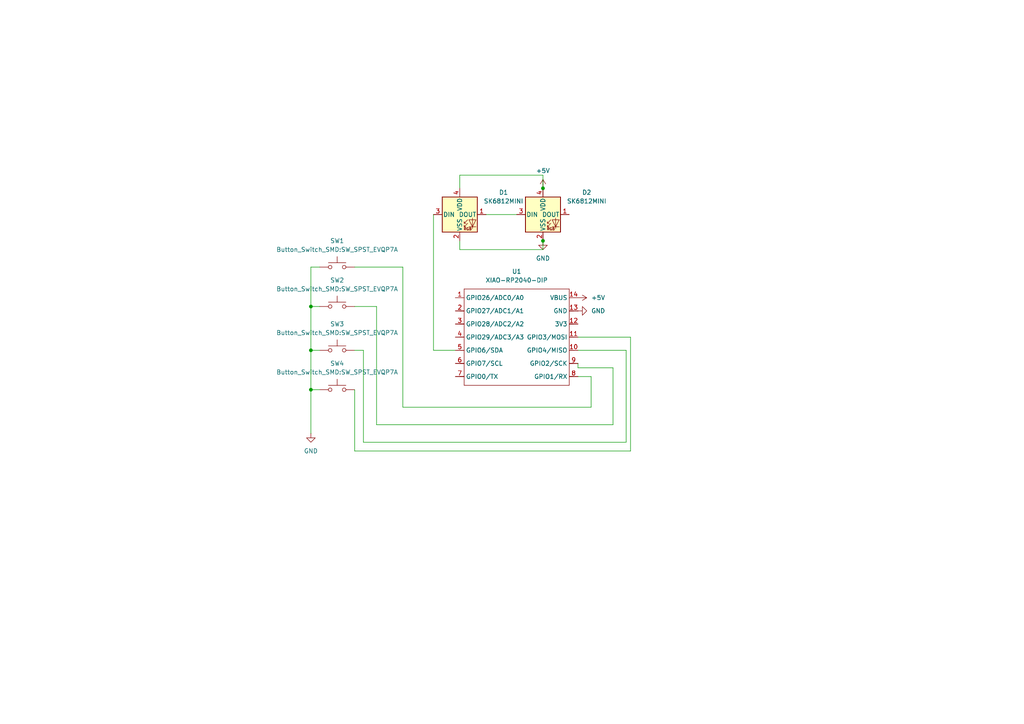
<source format=kicad_sch>
(kicad_sch
	(version 20250114)
	(generator "eeschema")
	(generator_version "9.0")
	(uuid "3d343523-c59b-45a8-bbb9-416247604b48")
	(paper "A4")
	(lib_symbols
		(symbol "LED:SK6812MINI"
			(pin_names
				(offset 0.254)
			)
			(exclude_from_sim no)
			(in_bom yes)
			(on_board yes)
			(property "Reference" "D"
				(at 5.08 5.715 0)
				(effects
					(font
						(size 1.27 1.27)
					)
					(justify right bottom)
				)
			)
			(property "Value" "SK6812MINI"
				(at 1.27 -5.715 0)
				(effects
					(font
						(size 1.27 1.27)
					)
					(justify left top)
				)
			)
			(property "Footprint" "LED_SMD:LED_SK6812MINI_PLCC4_3.5x3.5mm_P1.75mm"
				(at 1.27 -7.62 0)
				(effects
					(font
						(size 1.27 1.27)
					)
					(justify left top)
					(hide yes)
				)
			)
			(property "Datasheet" "https://cdn-shop.adafruit.com/product-files/2686/SK6812MINI_REV.01-1-2.pdf"
				(at 2.54 -9.525 0)
				(effects
					(font
						(size 1.27 1.27)
					)
					(justify left top)
					(hide yes)
				)
			)
			(property "Description" "RGB LED with integrated controller"
				(at 0 0 0)
				(effects
					(font
						(size 1.27 1.27)
					)
					(hide yes)
				)
			)
			(property "ki_keywords" "RGB LED NeoPixel Mini addressable"
				(at 0 0 0)
				(effects
					(font
						(size 1.27 1.27)
					)
					(hide yes)
				)
			)
			(property "ki_fp_filters" "LED*SK6812MINI*PLCC*3.5x3.5mm*P1.75mm*"
				(at 0 0 0)
				(effects
					(font
						(size 1.27 1.27)
					)
					(hide yes)
				)
			)
			(symbol "SK6812MINI_0_0"
				(text "RGB"
					(at 2.286 -4.191 0)
					(effects
						(font
							(size 0.762 0.762)
						)
					)
				)
			)
			(symbol "SK6812MINI_0_1"
				(polyline
					(pts
						(xy 1.27 -2.54) (xy 1.778 -2.54)
					)
					(stroke
						(width 0)
						(type default)
					)
					(fill
						(type none)
					)
				)
				(polyline
					(pts
						(xy 1.27 -3.556) (xy 1.778 -3.556)
					)
					(stroke
						(width 0)
						(type default)
					)
					(fill
						(type none)
					)
				)
				(polyline
					(pts
						(xy 2.286 -1.524) (xy 1.27 -2.54) (xy 1.27 -2.032)
					)
					(stroke
						(width 0)
						(type default)
					)
					(fill
						(type none)
					)
				)
				(polyline
					(pts
						(xy 2.286 -2.54) (xy 1.27 -3.556) (xy 1.27 -3.048)
					)
					(stroke
						(width 0)
						(type default)
					)
					(fill
						(type none)
					)
				)
				(polyline
					(pts
						(xy 3.683 -1.016) (xy 3.683 -3.556) (xy 3.683 -4.064)
					)
					(stroke
						(width 0)
						(type default)
					)
					(fill
						(type none)
					)
				)
				(polyline
					(pts
						(xy 4.699 -1.524) (xy 2.667 -1.524) (xy 3.683 -3.556) (xy 4.699 -1.524)
					)
					(stroke
						(width 0)
						(type default)
					)
					(fill
						(type none)
					)
				)
				(polyline
					(pts
						(xy 4.699 -3.556) (xy 2.667 -3.556)
					)
					(stroke
						(width 0)
						(type default)
					)
					(fill
						(type none)
					)
				)
				(rectangle
					(start 5.08 5.08)
					(end -5.08 -5.08)
					(stroke
						(width 0.254)
						(type default)
					)
					(fill
						(type background)
					)
				)
			)
			(symbol "SK6812MINI_1_1"
				(pin input line
					(at -7.62 0 0)
					(length 2.54)
					(name "DIN"
						(effects
							(font
								(size 1.27 1.27)
							)
						)
					)
					(number "3"
						(effects
							(font
								(size 1.27 1.27)
							)
						)
					)
				)
				(pin power_in line
					(at 0 7.62 270)
					(length 2.54)
					(name "VDD"
						(effects
							(font
								(size 1.27 1.27)
							)
						)
					)
					(number "4"
						(effects
							(font
								(size 1.27 1.27)
							)
						)
					)
				)
				(pin power_in line
					(at 0 -7.62 90)
					(length 2.54)
					(name "VSS"
						(effects
							(font
								(size 1.27 1.27)
							)
						)
					)
					(number "2"
						(effects
							(font
								(size 1.27 1.27)
							)
						)
					)
				)
				(pin output line
					(at 7.62 0 180)
					(length 2.54)
					(name "DOUT"
						(effects
							(font
								(size 1.27 1.27)
							)
						)
					)
					(number "1"
						(effects
							(font
								(size 1.27 1.27)
							)
						)
					)
				)
			)
			(embedded_fonts no)
		)
		(symbol "OPL:XIAO-RP2040-DIP"
			(exclude_from_sim no)
			(in_bom yes)
			(on_board yes)
			(property "Reference" "U"
				(at 0 0 0)
				(effects
					(font
						(size 1.27 1.27)
					)
				)
			)
			(property "Value" "XIAO-RP2040-DIP"
				(at 5.334 -1.778 0)
				(effects
					(font
						(size 1.27 1.27)
					)
				)
			)
			(property "Footprint" "Module:MOUDLE14P-XIAO-DIP-SMD"
				(at 14.478 -32.258 0)
				(effects
					(font
						(size 1.27 1.27)
					)
					(hide yes)
				)
			)
			(property "Datasheet" ""
				(at 0 0 0)
				(effects
					(font
						(size 1.27 1.27)
					)
					(hide yes)
				)
			)
			(property "Description" ""
				(at 0 0 0)
				(effects
					(font
						(size 1.27 1.27)
					)
					(hide yes)
				)
			)
			(symbol "XIAO-RP2040-DIP_1_0"
				(polyline
					(pts
						(xy -1.27 -2.54) (xy 29.21 -2.54)
					)
					(stroke
						(width 0.1524)
						(type solid)
					)
					(fill
						(type none)
					)
				)
				(polyline
					(pts
						(xy -1.27 -5.08) (xy -2.54 -5.08)
					)
					(stroke
						(width 0.1524)
						(type solid)
					)
					(fill
						(type none)
					)
				)
				(polyline
					(pts
						(xy -1.27 -5.08) (xy -1.27 -2.54)
					)
					(stroke
						(width 0.1524)
						(type solid)
					)
					(fill
						(type none)
					)
				)
				(polyline
					(pts
						(xy -1.27 -8.89) (xy -2.54 -8.89)
					)
					(stroke
						(width 0.1524)
						(type solid)
					)
					(fill
						(type none)
					)
				)
				(polyline
					(pts
						(xy -1.27 -8.89) (xy -1.27 -5.08)
					)
					(stroke
						(width 0.1524)
						(type solid)
					)
					(fill
						(type none)
					)
				)
				(polyline
					(pts
						(xy -1.27 -12.7) (xy -2.54 -12.7)
					)
					(stroke
						(width 0.1524)
						(type solid)
					)
					(fill
						(type none)
					)
				)
				(polyline
					(pts
						(xy -1.27 -12.7) (xy -1.27 -8.89)
					)
					(stroke
						(width 0.1524)
						(type solid)
					)
					(fill
						(type none)
					)
				)
				(polyline
					(pts
						(xy -1.27 -16.51) (xy -2.54 -16.51)
					)
					(stroke
						(width 0.1524)
						(type solid)
					)
					(fill
						(type none)
					)
				)
				(polyline
					(pts
						(xy -1.27 -16.51) (xy -1.27 -12.7)
					)
					(stroke
						(width 0.1524)
						(type solid)
					)
					(fill
						(type none)
					)
				)
				(polyline
					(pts
						(xy -1.27 -20.32) (xy -2.54 -20.32)
					)
					(stroke
						(width 0.1524)
						(type solid)
					)
					(fill
						(type none)
					)
				)
				(polyline
					(pts
						(xy -1.27 -24.13) (xy -2.54 -24.13)
					)
					(stroke
						(width 0.1524)
						(type solid)
					)
					(fill
						(type none)
					)
				)
				(polyline
					(pts
						(xy -1.27 -27.94) (xy -2.54 -27.94)
					)
					(stroke
						(width 0.1524)
						(type solid)
					)
					(fill
						(type none)
					)
				)
				(polyline
					(pts
						(xy -1.27 -30.48) (xy -1.27 -16.51)
					)
					(stroke
						(width 0.1524)
						(type solid)
					)
					(fill
						(type none)
					)
				)
				(polyline
					(pts
						(xy 29.21 -2.54) (xy 29.21 -5.08)
					)
					(stroke
						(width 0.1524)
						(type solid)
					)
					(fill
						(type none)
					)
				)
				(polyline
					(pts
						(xy 29.21 -5.08) (xy 29.21 -8.89)
					)
					(stroke
						(width 0.1524)
						(type solid)
					)
					(fill
						(type none)
					)
				)
				(polyline
					(pts
						(xy 29.21 -8.89) (xy 29.21 -12.7)
					)
					(stroke
						(width 0.1524)
						(type solid)
					)
					(fill
						(type none)
					)
				)
				(polyline
					(pts
						(xy 29.21 -12.7) (xy 29.21 -30.48)
					)
					(stroke
						(width 0.1524)
						(type solid)
					)
					(fill
						(type none)
					)
				)
				(polyline
					(pts
						(xy 29.21 -30.48) (xy -1.27 -30.48)
					)
					(stroke
						(width 0.1524)
						(type solid)
					)
					(fill
						(type none)
					)
				)
				(polyline
					(pts
						(xy 30.48 -5.08) (xy 29.21 -5.08)
					)
					(stroke
						(width 0.1524)
						(type solid)
					)
					(fill
						(type none)
					)
				)
				(polyline
					(pts
						(xy 30.48 -8.89) (xy 29.21 -8.89)
					)
					(stroke
						(width 0.1524)
						(type solid)
					)
					(fill
						(type none)
					)
				)
				(polyline
					(pts
						(xy 30.48 -12.7) (xy 29.21 -12.7)
					)
					(stroke
						(width 0.1524)
						(type solid)
					)
					(fill
						(type none)
					)
				)
				(polyline
					(pts
						(xy 30.48 -16.51) (xy 29.21 -16.51)
					)
					(stroke
						(width 0.1524)
						(type solid)
					)
					(fill
						(type none)
					)
				)
				(polyline
					(pts
						(xy 30.48 -20.32) (xy 29.21 -20.32)
					)
					(stroke
						(width 0.1524)
						(type solid)
					)
					(fill
						(type none)
					)
				)
				(polyline
					(pts
						(xy 30.48 -24.13) (xy 29.21 -24.13)
					)
					(stroke
						(width 0.1524)
						(type solid)
					)
					(fill
						(type none)
					)
				)
				(polyline
					(pts
						(xy 30.48 -27.94) (xy 29.21 -27.94)
					)
					(stroke
						(width 0.1524)
						(type solid)
					)
					(fill
						(type none)
					)
				)
				(pin passive line
					(at -3.81 -5.08 0)
					(length 2.54)
					(name "GPIO26/ADC0/A0"
						(effects
							(font
								(size 1.27 1.27)
							)
						)
					)
					(number "1"
						(effects
							(font
								(size 1.27 1.27)
							)
						)
					)
				)
				(pin passive line
					(at -3.81 -8.89 0)
					(length 2.54)
					(name "GPIO27/ADC1/A1"
						(effects
							(font
								(size 1.27 1.27)
							)
						)
					)
					(number "2"
						(effects
							(font
								(size 1.27 1.27)
							)
						)
					)
				)
				(pin passive line
					(at -3.81 -12.7 0)
					(length 2.54)
					(name "GPIO28/ADC2/A2"
						(effects
							(font
								(size 1.27 1.27)
							)
						)
					)
					(number "3"
						(effects
							(font
								(size 1.27 1.27)
							)
						)
					)
				)
				(pin passive line
					(at -3.81 -16.51 0)
					(length 2.54)
					(name "GPIO29/ADC3/A3"
						(effects
							(font
								(size 1.27 1.27)
							)
						)
					)
					(number "4"
						(effects
							(font
								(size 1.27 1.27)
							)
						)
					)
				)
				(pin passive line
					(at -3.81 -20.32 0)
					(length 2.54)
					(name "GPIO6/SDA"
						(effects
							(font
								(size 1.27 1.27)
							)
						)
					)
					(number "5"
						(effects
							(font
								(size 1.27 1.27)
							)
						)
					)
				)
				(pin passive line
					(at -3.81 -24.13 0)
					(length 2.54)
					(name "GPIO7/SCL"
						(effects
							(font
								(size 1.27 1.27)
							)
						)
					)
					(number "6"
						(effects
							(font
								(size 1.27 1.27)
							)
						)
					)
				)
				(pin passive line
					(at -3.81 -27.94 0)
					(length 2.54)
					(name "GPIO0/TX"
						(effects
							(font
								(size 1.27 1.27)
							)
						)
					)
					(number "7"
						(effects
							(font
								(size 1.27 1.27)
							)
						)
					)
				)
				(pin passive line
					(at 31.75 -5.08 180)
					(length 2.54)
					(name "VBUS"
						(effects
							(font
								(size 1.27 1.27)
							)
						)
					)
					(number "14"
						(effects
							(font
								(size 1.27 1.27)
							)
						)
					)
				)
				(pin passive line
					(at 31.75 -8.89 180)
					(length 2.54)
					(name "GND"
						(effects
							(font
								(size 1.27 1.27)
							)
						)
					)
					(number "13"
						(effects
							(font
								(size 1.27 1.27)
							)
						)
					)
				)
				(pin passive line
					(at 31.75 -12.7 180)
					(length 2.54)
					(name "3V3"
						(effects
							(font
								(size 1.27 1.27)
							)
						)
					)
					(number "12"
						(effects
							(font
								(size 1.27 1.27)
							)
						)
					)
				)
				(pin passive line
					(at 31.75 -16.51 180)
					(length 2.54)
					(name "GPIO3/MOSI"
						(effects
							(font
								(size 1.27 1.27)
							)
						)
					)
					(number "11"
						(effects
							(font
								(size 1.27 1.27)
							)
						)
					)
				)
				(pin passive line
					(at 31.75 -20.32 180)
					(length 2.54)
					(name "GPIO4/MISO"
						(effects
							(font
								(size 1.27 1.27)
							)
						)
					)
					(number "10"
						(effects
							(font
								(size 1.27 1.27)
							)
						)
					)
				)
				(pin passive line
					(at 31.75 -24.13 180)
					(length 2.54)
					(name "GPIO2/SCK"
						(effects
							(font
								(size 1.27 1.27)
							)
						)
					)
					(number "9"
						(effects
							(font
								(size 1.27 1.27)
							)
						)
					)
				)
				(pin passive line
					(at 31.75 -27.94 180)
					(length 2.54)
					(name "GPIO1/RX"
						(effects
							(font
								(size 1.27 1.27)
							)
						)
					)
					(number "8"
						(effects
							(font
								(size 1.27 1.27)
							)
						)
					)
				)
			)
			(embedded_fonts no)
		)
		(symbol "Switch:SW_Push"
			(pin_numbers
				(hide yes)
			)
			(pin_names
				(offset 1.016)
				(hide yes)
			)
			(exclude_from_sim no)
			(in_bom yes)
			(on_board yes)
			(property "Reference" "SW"
				(at 1.27 2.54 0)
				(effects
					(font
						(size 1.27 1.27)
					)
					(justify left)
				)
			)
			(property "Value" "SW_Push"
				(at 0 -1.524 0)
				(effects
					(font
						(size 1.27 1.27)
					)
				)
			)
			(property "Footprint" ""
				(at 0 5.08 0)
				(effects
					(font
						(size 1.27 1.27)
					)
					(hide yes)
				)
			)
			(property "Datasheet" "~"
				(at 0 5.08 0)
				(effects
					(font
						(size 1.27 1.27)
					)
					(hide yes)
				)
			)
			(property "Description" "Push button switch, generic, two pins"
				(at 0 0 0)
				(effects
					(font
						(size 1.27 1.27)
					)
					(hide yes)
				)
			)
			(property "ki_keywords" "switch normally-open pushbutton push-button"
				(at 0 0 0)
				(effects
					(font
						(size 1.27 1.27)
					)
					(hide yes)
				)
			)
			(symbol "SW_Push_0_1"
				(circle
					(center -2.032 0)
					(radius 0.508)
					(stroke
						(width 0)
						(type default)
					)
					(fill
						(type none)
					)
				)
				(polyline
					(pts
						(xy 0 1.27) (xy 0 3.048)
					)
					(stroke
						(width 0)
						(type default)
					)
					(fill
						(type none)
					)
				)
				(circle
					(center 2.032 0)
					(radius 0.508)
					(stroke
						(width 0)
						(type default)
					)
					(fill
						(type none)
					)
				)
				(polyline
					(pts
						(xy 2.54 1.27) (xy -2.54 1.27)
					)
					(stroke
						(width 0)
						(type default)
					)
					(fill
						(type none)
					)
				)
				(pin passive line
					(at -5.08 0 0)
					(length 2.54)
					(name "1"
						(effects
							(font
								(size 1.27 1.27)
							)
						)
					)
					(number "1"
						(effects
							(font
								(size 1.27 1.27)
							)
						)
					)
				)
				(pin passive line
					(at 5.08 0 180)
					(length 2.54)
					(name "2"
						(effects
							(font
								(size 1.27 1.27)
							)
						)
					)
					(number "2"
						(effects
							(font
								(size 1.27 1.27)
							)
						)
					)
				)
			)
			(embedded_fonts no)
		)
		(symbol "power:+5V"
			(power)
			(pin_numbers
				(hide yes)
			)
			(pin_names
				(offset 0)
				(hide yes)
			)
			(exclude_from_sim no)
			(in_bom yes)
			(on_board yes)
			(property "Reference" "#PWR"
				(at 0 -3.81 0)
				(effects
					(font
						(size 1.27 1.27)
					)
					(hide yes)
				)
			)
			(property "Value" "+5V"
				(at 0 3.556 0)
				(effects
					(font
						(size 1.27 1.27)
					)
				)
			)
			(property "Footprint" ""
				(at 0 0 0)
				(effects
					(font
						(size 1.27 1.27)
					)
					(hide yes)
				)
			)
			(property "Datasheet" ""
				(at 0 0 0)
				(effects
					(font
						(size 1.27 1.27)
					)
					(hide yes)
				)
			)
			(property "Description" "Power symbol creates a global label with name \"+5V\""
				(at 0 0 0)
				(effects
					(font
						(size 1.27 1.27)
					)
					(hide yes)
				)
			)
			(property "ki_keywords" "global power"
				(at 0 0 0)
				(effects
					(font
						(size 1.27 1.27)
					)
					(hide yes)
				)
			)
			(symbol "+5V_0_1"
				(polyline
					(pts
						(xy -0.762 1.27) (xy 0 2.54)
					)
					(stroke
						(width 0)
						(type default)
					)
					(fill
						(type none)
					)
				)
				(polyline
					(pts
						(xy 0 2.54) (xy 0.762 1.27)
					)
					(stroke
						(width 0)
						(type default)
					)
					(fill
						(type none)
					)
				)
				(polyline
					(pts
						(xy 0 0) (xy 0 2.54)
					)
					(stroke
						(width 0)
						(type default)
					)
					(fill
						(type none)
					)
				)
			)
			(symbol "+5V_1_1"
				(pin power_in line
					(at 0 0 90)
					(length 0)
					(name "~"
						(effects
							(font
								(size 1.27 1.27)
							)
						)
					)
					(number "1"
						(effects
							(font
								(size 1.27 1.27)
							)
						)
					)
				)
			)
			(embedded_fonts no)
		)
		(symbol "power:GND"
			(power)
			(pin_numbers
				(hide yes)
			)
			(pin_names
				(offset 0)
				(hide yes)
			)
			(exclude_from_sim no)
			(in_bom yes)
			(on_board yes)
			(property "Reference" "#PWR"
				(at 0 -6.35 0)
				(effects
					(font
						(size 1.27 1.27)
					)
					(hide yes)
				)
			)
			(property "Value" "GND"
				(at 0 -3.81 0)
				(effects
					(font
						(size 1.27 1.27)
					)
				)
			)
			(property "Footprint" ""
				(at 0 0 0)
				(effects
					(font
						(size 1.27 1.27)
					)
					(hide yes)
				)
			)
			(property "Datasheet" ""
				(at 0 0 0)
				(effects
					(font
						(size 1.27 1.27)
					)
					(hide yes)
				)
			)
			(property "Description" "Power symbol creates a global label with name \"GND\" , ground"
				(at 0 0 0)
				(effects
					(font
						(size 1.27 1.27)
					)
					(hide yes)
				)
			)
			(property "ki_keywords" "global power"
				(at 0 0 0)
				(effects
					(font
						(size 1.27 1.27)
					)
					(hide yes)
				)
			)
			(symbol "GND_0_1"
				(polyline
					(pts
						(xy 0 0) (xy 0 -1.27) (xy 1.27 -1.27) (xy 0 -2.54) (xy -1.27 -1.27) (xy 0 -1.27)
					)
					(stroke
						(width 0)
						(type default)
					)
					(fill
						(type none)
					)
				)
			)
			(symbol "GND_1_1"
				(pin power_in line
					(at 0 0 270)
					(length 0)
					(name "~"
						(effects
							(font
								(size 1.27 1.27)
							)
						)
					)
					(number "1"
						(effects
							(font
								(size 1.27 1.27)
							)
						)
					)
				)
			)
			(embedded_fonts no)
		)
	)
	(junction
		(at 157.48 54.61)
		(diameter 0)
		(color 0 0 0 0)
		(uuid "01e1f138-7dcd-4aa1-a150-dca51286358e")
	)
	(junction
		(at 90.17 88.9)
		(diameter 0)
		(color 0 0 0 0)
		(uuid "36ec7f5c-afba-4d5d-8fe8-dc5448bd861d")
	)
	(junction
		(at 90.17 101.6)
		(diameter 0)
		(color 0 0 0 0)
		(uuid "7312663f-da65-487d-ace0-f878e56a951d")
	)
	(junction
		(at 157.48 69.85)
		(diameter 0)
		(color 0 0 0 0)
		(uuid "ad378520-bb26-4968-8583-2e7fcdffae3c")
	)
	(junction
		(at 90.17 113.03)
		(diameter 0)
		(color 0 0 0 0)
		(uuid "bf1b3ff2-cfa1-4688-baca-3064f529e827")
	)
	(wire
		(pts
			(xy 140.97 62.23) (xy 149.86 62.23)
		)
		(stroke
			(width 0)
			(type default)
		)
		(uuid "006331c4-8a94-4aaf-9240-80f8f0ad5802")
	)
	(wire
		(pts
			(xy 133.35 50.8) (xy 157.48 50.8)
		)
		(stroke
			(width 0)
			(type default)
		)
		(uuid "038c2bc0-4660-43f8-bf22-8741dd1f7a78")
	)
	(wire
		(pts
			(xy 125.73 62.23) (xy 125.73 101.6)
		)
		(stroke
			(width 0)
			(type default)
		)
		(uuid "105f214a-d60a-428c-9561-0feb49babb1a")
	)
	(wire
		(pts
			(xy 167.64 101.6) (xy 181.61 101.6)
		)
		(stroke
			(width 0)
			(type default)
		)
		(uuid "188af56b-84fa-491f-ad8a-a68310e0dd8a")
	)
	(wire
		(pts
			(xy 90.17 101.6) (xy 92.71 101.6)
		)
		(stroke
			(width 0)
			(type default)
		)
		(uuid "1cd34a51-a58b-4577-920c-24b75b58ea13")
	)
	(wire
		(pts
			(xy 171.45 118.11) (xy 116.84 118.11)
		)
		(stroke
			(width 0)
			(type default)
		)
		(uuid "2dbc8224-edb3-43cf-aa85-e63d6df5a75c")
	)
	(wire
		(pts
			(xy 90.17 113.03) (xy 92.71 113.03)
		)
		(stroke
			(width 0)
			(type default)
		)
		(uuid "33b431af-8f7b-46d3-939e-c91d68ee651d")
	)
	(wire
		(pts
			(xy 109.22 123.19) (xy 109.22 88.9)
		)
		(stroke
			(width 0)
			(type default)
		)
		(uuid "3c84ee8a-cf03-4a0b-add9-7c5abd84fe29")
	)
	(wire
		(pts
			(xy 125.73 101.6) (xy 132.08 101.6)
		)
		(stroke
			(width 0)
			(type default)
		)
		(uuid "47c81568-a6dc-4919-9c16-c29d474460dc")
	)
	(wire
		(pts
			(xy 90.17 77.47) (xy 90.17 88.9)
		)
		(stroke
			(width 0)
			(type default)
		)
		(uuid "487c4887-b6de-4fea-9b99-51d5f6e9268f")
	)
	(wire
		(pts
			(xy 116.84 77.47) (xy 102.87 77.47)
		)
		(stroke
			(width 0)
			(type default)
		)
		(uuid "4bae10f3-e45e-4640-b2d1-7fe450bdba98")
	)
	(wire
		(pts
			(xy 92.71 77.47) (xy 90.17 77.47)
		)
		(stroke
			(width 0)
			(type default)
		)
		(uuid "5c19826b-99e5-4492-8d47-4392f18e0360")
	)
	(wire
		(pts
			(xy 167.64 97.79) (xy 182.88 97.79)
		)
		(stroke
			(width 0)
			(type default)
		)
		(uuid "5e53f855-4edd-47ec-9fbc-a4831f3b6138")
	)
	(wire
		(pts
			(xy 105.41 128.27) (xy 105.41 101.6)
		)
		(stroke
			(width 0)
			(type default)
		)
		(uuid "5e93f42f-dbfa-46a6-8380-fb128783b290")
	)
	(wire
		(pts
			(xy 181.61 101.6) (xy 181.61 128.27)
		)
		(stroke
			(width 0)
			(type default)
		)
		(uuid "6625081c-ef87-4cce-adb9-775f7e5310ff")
	)
	(wire
		(pts
			(xy 182.88 130.81) (xy 102.87 130.81)
		)
		(stroke
			(width 0)
			(type default)
		)
		(uuid "6baba88b-f416-4a1a-a6d2-47002ed24a61")
	)
	(wire
		(pts
			(xy 177.8 123.19) (xy 109.22 123.19)
		)
		(stroke
			(width 0)
			(type default)
		)
		(uuid "775bc330-5c68-4ca2-ab2f-4bf7d255b8cc")
	)
	(wire
		(pts
			(xy 167.64 105.41) (xy 167.64 106.68)
		)
		(stroke
			(width 0)
			(type default)
		)
		(uuid "81563ace-38b4-4367-b50c-d7d736aae101")
	)
	(wire
		(pts
			(xy 167.64 109.22) (xy 171.45 109.22)
		)
		(stroke
			(width 0)
			(type default)
		)
		(uuid "8793589f-3034-4c22-8546-b62ad0fe7608")
	)
	(wire
		(pts
			(xy 102.87 101.6) (xy 105.41 101.6)
		)
		(stroke
			(width 0)
			(type default)
		)
		(uuid "8ae12388-796e-4949-9c8c-3362e54f5062")
	)
	(wire
		(pts
			(xy 157.48 50.8) (xy 157.48 54.61)
		)
		(stroke
			(width 0)
			(type default)
		)
		(uuid "8eb576cf-3896-48ff-b080-f7d76522523d")
	)
	(wire
		(pts
			(xy 90.17 88.9) (xy 90.17 101.6)
		)
		(stroke
			(width 0)
			(type default)
		)
		(uuid "911a2994-18fd-4f29-b5c6-571834fa5235")
	)
	(wire
		(pts
			(xy 177.8 106.68) (xy 177.8 123.19)
		)
		(stroke
			(width 0)
			(type default)
		)
		(uuid "a0cac0e7-b649-41ba-b426-5e2c257efe0d")
	)
	(wire
		(pts
			(xy 109.22 88.9) (xy 102.87 88.9)
		)
		(stroke
			(width 0)
			(type default)
		)
		(uuid "a11306f7-9239-4cdc-a224-193b09ba51f8")
	)
	(wire
		(pts
			(xy 167.64 106.68) (xy 177.8 106.68)
		)
		(stroke
			(width 0)
			(type default)
		)
		(uuid "ae70041b-8fd1-4840-98cd-fdb6116dd9b1")
	)
	(wire
		(pts
			(xy 90.17 101.6) (xy 90.17 113.03)
		)
		(stroke
			(width 0)
			(type default)
		)
		(uuid "b6ef99e2-e038-48d5-bd9d-f52a3de4dd9a")
	)
	(wire
		(pts
			(xy 157.48 72.39) (xy 157.48 69.85)
		)
		(stroke
			(width 0)
			(type default)
		)
		(uuid "baec2643-0d0f-4b90-a568-ce448d6a90ed")
	)
	(wire
		(pts
			(xy 171.45 109.22) (xy 171.45 118.11)
		)
		(stroke
			(width 0)
			(type default)
		)
		(uuid "c1aa5112-eb63-4316-94e4-99d41454c043")
	)
	(wire
		(pts
			(xy 102.87 130.81) (xy 102.87 113.03)
		)
		(stroke
			(width 0)
			(type default)
		)
		(uuid "c6092a4c-4911-4986-b654-a74a5adda4e3")
	)
	(wire
		(pts
			(xy 182.88 97.79) (xy 182.88 130.81)
		)
		(stroke
			(width 0)
			(type default)
		)
		(uuid "cc46e650-5ea4-4f76-97bb-9821ddda99a8")
	)
	(wire
		(pts
			(xy 133.35 69.85) (xy 133.35 72.39)
		)
		(stroke
			(width 0)
			(type default)
		)
		(uuid "cc90b9e4-d865-4266-a1a2-0c2cb64f754b")
	)
	(wire
		(pts
			(xy 90.17 113.03) (xy 90.17 125.73)
		)
		(stroke
			(width 0)
			(type default)
		)
		(uuid "d0db4466-5158-4022-8c5b-48ff6bc1d283")
	)
	(wire
		(pts
			(xy 116.84 118.11) (xy 116.84 77.47)
		)
		(stroke
			(width 0)
			(type default)
		)
		(uuid "d73abdfa-655b-48e7-a56d-d39d27acb541")
	)
	(wire
		(pts
			(xy 133.35 54.61) (xy 133.35 50.8)
		)
		(stroke
			(width 0)
			(type default)
		)
		(uuid "e37ffcd9-5bce-4ee3-bc68-a75fb1fb695a")
	)
	(wire
		(pts
			(xy 181.61 128.27) (xy 105.41 128.27)
		)
		(stroke
			(width 0)
			(type default)
		)
		(uuid "e39f4269-30cd-4f42-880b-b7a90fb25b8e")
	)
	(wire
		(pts
			(xy 133.35 72.39) (xy 157.48 72.39)
		)
		(stroke
			(width 0)
			(type default)
		)
		(uuid "e445b88d-e503-4513-8a21-cea7b6ae301b")
	)
	(wire
		(pts
			(xy 90.17 88.9) (xy 92.71 88.9)
		)
		(stroke
			(width 0)
			(type default)
		)
		(uuid "e742eb65-c717-40b7-af63-57016e3438fb")
	)
	(symbol
		(lib_id "power:+5V")
		(at 167.64 86.36 270)
		(unit 1)
		(exclude_from_sim no)
		(in_bom yes)
		(on_board yes)
		(dnp no)
		(fields_autoplaced yes)
		(uuid "06eda53b-0845-4e4c-92ee-6defca21e71d")
		(property "Reference" "#PWR04"
			(at 163.83 86.36 0)
			(effects
				(font
					(size 1.27 1.27)
				)
				(hide yes)
			)
		)
		(property "Value" "+5V"
			(at 171.45 86.3599 90)
			(effects
				(font
					(size 1.27 1.27)
				)
				(justify left)
			)
		)
		(property "Footprint" ""
			(at 167.64 86.36 0)
			(effects
				(font
					(size 1.27 1.27)
				)
				(hide yes)
			)
		)
		(property "Datasheet" ""
			(at 167.64 86.36 0)
			(effects
				(font
					(size 1.27 1.27)
				)
				(hide yes)
			)
		)
		(property "Description" "Power symbol creates a global label with name \"+5V\""
			(at 167.64 86.36 0)
			(effects
				(font
					(size 1.27 1.27)
				)
				(hide yes)
			)
		)
		(pin "1"
			(uuid "552336bc-c135-46ce-8005-bbfa7e363d00")
		)
		(instances
			(project ""
				(path "/3d343523-c59b-45a8-bbb9-416247604b48"
					(reference "#PWR04")
					(unit 1)
				)
			)
		)
	)
	(symbol
		(lib_id "Switch:SW_Push")
		(at 97.79 77.47 0)
		(unit 1)
		(exclude_from_sim no)
		(in_bom yes)
		(on_board yes)
		(dnp no)
		(fields_autoplaced yes)
		(uuid "357f867a-3797-4c1a-a6f7-a963415b6683")
		(property "Reference" "SW1"
			(at 97.79 69.85 0)
			(effects
				(font
					(size 1.27 1.27)
				)
			)
		)
		(property "Value" "Button_Switch_SMD:SW_SPST_EVQP7A"
			(at 97.79 72.39 0)
			(effects
				(font
					(size 1.27 1.27)
				)
			)
		)
		(property "Footprint" "Button_Switch_Keyboard:SW_Cherry_MX_1.00u_PCB"
			(at 97.79 72.39 0)
			(effects
				(font
					(size 1.27 1.27)
				)
				(hide yes)
			)
		)
		(property "Datasheet" "~"
			(at 97.79 72.39 0)
			(effects
				(font
					(size 1.27 1.27)
				)
				(hide yes)
			)
		)
		(property "Description" "Push button switch, generic, two pins"
			(at 97.79 77.47 0)
			(effects
				(font
					(size 1.27 1.27)
				)
				(hide yes)
			)
		)
		(pin "2"
			(uuid "b517a6e8-c22c-4920-8ed7-c1351759b8f5")
		)
		(pin "1"
			(uuid "1a83232a-c346-4143-9cbd-674dcbef423d")
		)
		(instances
			(project ""
				(path "/3d343523-c59b-45a8-bbb9-416247604b48"
					(reference "SW1")
					(unit 1)
				)
			)
		)
	)
	(symbol
		(lib_id "power:GND")
		(at 167.64 90.17 90)
		(unit 1)
		(exclude_from_sim no)
		(in_bom yes)
		(on_board yes)
		(dnp no)
		(fields_autoplaced yes)
		(uuid "383b9de6-8a7f-454f-a882-b349858e1ee8")
		(property "Reference" "#PWR03"
			(at 173.99 90.17 0)
			(effects
				(font
					(size 1.27 1.27)
				)
				(hide yes)
			)
		)
		(property "Value" "GND"
			(at 171.45 90.1699 90)
			(effects
				(font
					(size 1.27 1.27)
				)
				(justify right)
			)
		)
		(property "Footprint" ""
			(at 167.64 90.17 0)
			(effects
				(font
					(size 1.27 1.27)
				)
				(hide yes)
			)
		)
		(property "Datasheet" ""
			(at 167.64 90.17 0)
			(effects
				(font
					(size 1.27 1.27)
				)
				(hide yes)
			)
		)
		(property "Description" "Power symbol creates a global label with name \"GND\" , ground"
			(at 167.64 90.17 0)
			(effects
				(font
					(size 1.27 1.27)
				)
				(hide yes)
			)
		)
		(pin "1"
			(uuid "fb4a6f57-e4af-4471-a6a8-5c3b6f8e7ca2")
		)
		(instances
			(project ""
				(path "/3d343523-c59b-45a8-bbb9-416247604b48"
					(reference "#PWR03")
					(unit 1)
				)
			)
		)
	)
	(symbol
		(lib_id "power:GND")
		(at 90.17 125.73 0)
		(unit 1)
		(exclude_from_sim no)
		(in_bom yes)
		(on_board yes)
		(dnp no)
		(fields_autoplaced yes)
		(uuid "5c20edf4-17ba-419e-931e-90495813b435")
		(property "Reference" "#PWR05"
			(at 90.17 132.08 0)
			(effects
				(font
					(size 1.27 1.27)
				)
				(hide yes)
			)
		)
		(property "Value" "GND"
			(at 90.17 130.81 0)
			(effects
				(font
					(size 1.27 1.27)
				)
			)
		)
		(property "Footprint" ""
			(at 90.17 125.73 0)
			(effects
				(font
					(size 1.27 1.27)
				)
				(hide yes)
			)
		)
		(property "Datasheet" ""
			(at 90.17 125.73 0)
			(effects
				(font
					(size 1.27 1.27)
				)
				(hide yes)
			)
		)
		(property "Description" "Power symbol creates a global label with name \"GND\" , ground"
			(at 90.17 125.73 0)
			(effects
				(font
					(size 1.27 1.27)
				)
				(hide yes)
			)
		)
		(pin "1"
			(uuid "96749c8e-edc4-40a0-b85e-517dedc5424c")
		)
		(instances
			(project ""
				(path "/3d343523-c59b-45a8-bbb9-416247604b48"
					(reference "#PWR05")
					(unit 1)
				)
			)
		)
	)
	(symbol
		(lib_id "Switch:SW_Push")
		(at 97.79 113.03 0)
		(unit 1)
		(exclude_from_sim no)
		(in_bom yes)
		(on_board yes)
		(dnp no)
		(fields_autoplaced yes)
		(uuid "78468ddd-a08d-4c1c-9ce6-179f3dba8c54")
		(property "Reference" "SW4"
			(at 97.79 105.41 0)
			(effects
				(font
					(size 1.27 1.27)
				)
			)
		)
		(property "Value" "Button_Switch_SMD:SW_SPST_EVQP7A"
			(at 97.79 107.95 0)
			(effects
				(font
					(size 1.27 1.27)
				)
			)
		)
		(property "Footprint" "Button_Switch_Keyboard:SW_Cherry_MX_1.00u_PCB"
			(at 97.79 107.95 0)
			(effects
				(font
					(size 1.27 1.27)
				)
				(hide yes)
			)
		)
		(property "Datasheet" "~"
			(at 97.79 107.95 0)
			(effects
				(font
					(size 1.27 1.27)
				)
				(hide yes)
			)
		)
		(property "Description" "Push button switch, generic, two pins"
			(at 97.79 113.03 0)
			(effects
				(font
					(size 1.27 1.27)
				)
				(hide yes)
			)
		)
		(pin "2"
			(uuid "a849c6cc-943f-49f6-9ac5-412b537079ce")
		)
		(pin "1"
			(uuid "8a210472-166f-49cf-8213-787e80d8bae7")
		)
		(instances
			(project "hackclubkeysthingy"
				(path "/3d343523-c59b-45a8-bbb9-416247604b48"
					(reference "SW4")
					(unit 1)
				)
			)
		)
	)
	(symbol
		(lib_id "LED:SK6812MINI")
		(at 133.35 62.23 0)
		(unit 1)
		(exclude_from_sim no)
		(in_bom yes)
		(on_board yes)
		(dnp no)
		(fields_autoplaced yes)
		(uuid "8a3e3ba9-60b1-4dfa-9e92-ef3aec14c23f")
		(property "Reference" "D1"
			(at 146.05 55.8098 0)
			(effects
				(font
					(size 1.27 1.27)
				)
			)
		)
		(property "Value" "SK6812MINI"
			(at 146.05 58.3498 0)
			(effects
				(font
					(size 1.27 1.27)
				)
			)
		)
		(property "Footprint" "LED_SMD:LED_SK6812MINI_PLCC4_3.5x3.5mm_P1.75mm"
			(at 134.62 69.85 0)
			(effects
				(font
					(size 1.27 1.27)
				)
				(justify left top)
				(hide yes)
			)
		)
		(property "Datasheet" "https://cdn-shop.adafruit.com/product-files/2686/SK6812MINI_REV.01-1-2.pdf"
			(at 135.89 71.755 0)
			(effects
				(font
					(size 1.27 1.27)
				)
				(justify left top)
				(hide yes)
			)
		)
		(property "Description" "RGB LED with integrated controller"
			(at 133.35 62.23 0)
			(effects
				(font
					(size 1.27 1.27)
				)
				(hide yes)
			)
		)
		(pin "3"
			(uuid "9833bfb3-6557-4cad-9789-4aeeeee2c596")
		)
		(pin "4"
			(uuid "1fb042b1-e278-4cbd-940f-db9af5369dce")
		)
		(pin "2"
			(uuid "299fb2a5-ebf9-4078-bc05-04e66bae8296")
		)
		(pin "1"
			(uuid "7674c6b1-cc2e-48d0-9715-965e850a41b9")
		)
		(instances
			(project ""
				(path "/3d343523-c59b-45a8-bbb9-416247604b48"
					(reference "D1")
					(unit 1)
				)
			)
		)
	)
	(symbol
		(lib_id "LED:SK6812MINI")
		(at 157.48 62.23 0)
		(unit 1)
		(exclude_from_sim no)
		(in_bom yes)
		(on_board yes)
		(dnp no)
		(fields_autoplaced yes)
		(uuid "baf7ccf6-e1a9-4e6b-89d0-337340230a58")
		(property "Reference" "D2"
			(at 170.18 55.8098 0)
			(effects
				(font
					(size 1.27 1.27)
				)
			)
		)
		(property "Value" "SK6812MINI"
			(at 170.18 58.3498 0)
			(effects
				(font
					(size 1.27 1.27)
				)
			)
		)
		(property "Footprint" "LED_SMD:LED_SK6812MINI_PLCC4_3.5x3.5mm_P1.75mm"
			(at 158.75 69.85 0)
			(effects
				(font
					(size 1.27 1.27)
				)
				(justify left top)
				(hide yes)
			)
		)
		(property "Datasheet" "https://cdn-shop.adafruit.com/product-files/2686/SK6812MINI_REV.01-1-2.pdf"
			(at 160.02 71.755 0)
			(effects
				(font
					(size 1.27 1.27)
				)
				(justify left top)
				(hide yes)
			)
		)
		(property "Description" "RGB LED with integrated controller"
			(at 157.48 62.23 0)
			(effects
				(font
					(size 1.27 1.27)
				)
				(hide yes)
			)
		)
		(pin "4"
			(uuid "3aacba25-1b00-486d-b9a5-19e27d7e877c")
		)
		(pin "1"
			(uuid "dc3c6da2-fc02-4e0c-b6e9-9cde21ee9117")
		)
		(pin "3"
			(uuid "2144a10a-77d1-45b2-9ca2-cb1d5f70eee4")
		)
		(pin "2"
			(uuid "bb342b99-f1cb-4c3b-bad7-7b09fb903b29")
		)
		(instances
			(project ""
				(path "/3d343523-c59b-45a8-bbb9-416247604b48"
					(reference "D2")
					(unit 1)
				)
			)
		)
	)
	(symbol
		(lib_id "power:GND")
		(at 157.48 69.85 0)
		(unit 1)
		(exclude_from_sim no)
		(in_bom yes)
		(on_board yes)
		(dnp no)
		(fields_autoplaced yes)
		(uuid "bba4a0c1-c9ce-4320-8af9-9a503774ba16")
		(property "Reference" "#PWR02"
			(at 157.48 76.2 0)
			(effects
				(font
					(size 1.27 1.27)
				)
				(hide yes)
			)
		)
		(property "Value" "GND"
			(at 157.48 74.93 0)
			(effects
				(font
					(size 1.27 1.27)
				)
			)
		)
		(property "Footprint" ""
			(at 157.48 69.85 0)
			(effects
				(font
					(size 1.27 1.27)
				)
				(hide yes)
			)
		)
		(property "Datasheet" ""
			(at 157.48 69.85 0)
			(effects
				(font
					(size 1.27 1.27)
				)
				(hide yes)
			)
		)
		(property "Description" "Power symbol creates a global label with name \"GND\" , ground"
			(at 157.48 69.85 0)
			(effects
				(font
					(size 1.27 1.27)
				)
				(hide yes)
			)
		)
		(pin "1"
			(uuid "3a1bdfbd-5cf0-433b-9b9c-4eaba0be08d6")
		)
		(instances
			(project ""
				(path "/3d343523-c59b-45a8-bbb9-416247604b48"
					(reference "#PWR02")
					(unit 1)
				)
			)
		)
	)
	(symbol
		(lib_id "power:+5V")
		(at 157.48 54.61 0)
		(unit 1)
		(exclude_from_sim no)
		(in_bom yes)
		(on_board yes)
		(dnp no)
		(fields_autoplaced yes)
		(uuid "c215b68c-62a2-4a5b-bf68-05de929eafd2")
		(property "Reference" "#PWR01"
			(at 157.48 58.42 0)
			(effects
				(font
					(size 1.27 1.27)
				)
				(hide yes)
			)
		)
		(property "Value" "+5V"
			(at 157.48 49.53 0)
			(effects
				(font
					(size 1.27 1.27)
				)
			)
		)
		(property "Footprint" ""
			(at 157.48 54.61 0)
			(effects
				(font
					(size 1.27 1.27)
				)
				(hide yes)
			)
		)
		(property "Datasheet" ""
			(at 157.48 54.61 0)
			(effects
				(font
					(size 1.27 1.27)
				)
				(hide yes)
			)
		)
		(property "Description" "Power symbol creates a global label with name \"+5V\""
			(at 157.48 54.61 0)
			(effects
				(font
					(size 1.27 1.27)
				)
				(hide yes)
			)
		)
		(pin "1"
			(uuid "59d5f0ac-b3a4-4a2e-a1cc-9ea8ed6451d5")
		)
		(instances
			(project ""
				(path "/3d343523-c59b-45a8-bbb9-416247604b48"
					(reference "#PWR01")
					(unit 1)
				)
			)
		)
	)
	(symbol
		(lib_id "OPL:XIAO-RP2040-DIP")
		(at 135.89 81.28 0)
		(unit 1)
		(exclude_from_sim no)
		(in_bom yes)
		(on_board yes)
		(dnp no)
		(fields_autoplaced yes)
		(uuid "cdcf85b0-6755-459a-b994-bc58a77c5c26")
		(property "Reference" "U1"
			(at 149.86 78.74 0)
			(effects
				(font
					(size 1.27 1.27)
				)
			)
		)
		(property "Value" "XIAO-RP2040-DIP"
			(at 149.86 81.28 0)
			(effects
				(font
					(size 1.27 1.27)
				)
			)
		)
		(property "Footprint" "Seeed Studio XIAO Series Library:XIAO-RP2040-DIP"
			(at 150.368 113.538 0)
			(effects
				(font
					(size 1.27 1.27)
				)
				(hide yes)
			)
		)
		(property "Datasheet" ""
			(at 135.89 81.28 0)
			(effects
				(font
					(size 1.27 1.27)
				)
				(hide yes)
			)
		)
		(property "Description" ""
			(at 135.89 81.28 0)
			(effects
				(font
					(size 1.27 1.27)
				)
				(hide yes)
			)
		)
		(pin "2"
			(uuid "8500fdf7-979b-4ae9-82b8-331f5cfed1f1")
		)
		(pin "1"
			(uuid "9909b84b-a9e8-46f0-842b-40082983e638")
		)
		(pin "3"
			(uuid "927e23f6-b6b4-42e4-ac56-d679ad4a023b")
		)
		(pin "4"
			(uuid "4a83a6f4-80a2-4d8f-8c84-6ae71f7b2ea0")
		)
		(pin "5"
			(uuid "4fcc5616-a33a-462e-8444-7502ad83716d")
		)
		(pin "6"
			(uuid "4f9e9777-9319-4a03-9b91-7d995bb2520c")
		)
		(pin "7"
			(uuid "00d44e52-7fce-4a59-8212-706c16f2382b")
		)
		(pin "10"
			(uuid "7fb30c8f-cc82-4484-9230-99c5c58bea85")
		)
		(pin "14"
			(uuid "f8d326e9-ae76-44a0-8274-4f8d6690ec9d")
		)
		(pin "9"
			(uuid "f61dbb8d-a055-4797-8c3c-b89a45b20ccc")
		)
		(pin "11"
			(uuid "66e0301a-af63-4a51-9d43-7f1d1012ad2c")
		)
		(pin "8"
			(uuid "7d4db804-083d-4cb2-8574-ad979d21ecff")
		)
		(pin "13"
			(uuid "36b0def7-3c67-470a-84eb-22573b8faa12")
		)
		(pin "12"
			(uuid "36ad0afa-fbce-4947-b20d-dc52293d7ac4")
		)
		(instances
			(project ""
				(path "/3d343523-c59b-45a8-bbb9-416247604b48"
					(reference "U1")
					(unit 1)
				)
			)
		)
	)
	(symbol
		(lib_id "Switch:SW_Push")
		(at 97.79 88.9 0)
		(unit 1)
		(exclude_from_sim no)
		(in_bom yes)
		(on_board yes)
		(dnp no)
		(fields_autoplaced yes)
		(uuid "d17b6e7f-6b2a-44ce-93d0-3eac6f8a9073")
		(property "Reference" "SW2"
			(at 97.79 81.28 0)
			(effects
				(font
					(size 1.27 1.27)
				)
			)
		)
		(property "Value" "Button_Switch_SMD:SW_SPST_EVQP7A"
			(at 97.79 83.82 0)
			(effects
				(font
					(size 1.27 1.27)
				)
			)
		)
		(property "Footprint" "Button_Switch_Keyboard:SW_Cherry_MX_1.00u_PCB"
			(at 97.79 83.82 0)
			(effects
				(font
					(size 1.27 1.27)
				)
				(hide yes)
			)
		)
		(property "Datasheet" "~"
			(at 97.79 83.82 0)
			(effects
				(font
					(size 1.27 1.27)
				)
				(hide yes)
			)
		)
		(property "Description" "Push button switch, generic, two pins"
			(at 97.79 88.9 0)
			(effects
				(font
					(size 1.27 1.27)
				)
				(hide yes)
			)
		)
		(pin "2"
			(uuid "9f7366bd-cb72-4d42-84af-a8d86ae9f998")
		)
		(pin "1"
			(uuid "881fa518-594d-43c9-8438-02bcf2fed0d6")
		)
		(instances
			(project ""
				(path "/3d343523-c59b-45a8-bbb9-416247604b48"
					(reference "SW2")
					(unit 1)
				)
			)
		)
	)
	(symbol
		(lib_id "Switch:SW_Push")
		(at 97.79 101.6 0)
		(unit 1)
		(exclude_from_sim no)
		(in_bom yes)
		(on_board yes)
		(dnp no)
		(fields_autoplaced yes)
		(uuid "d84324ce-1524-4edf-a568-3d088541b09b")
		(property "Reference" "SW3"
			(at 97.79 93.98 0)
			(effects
				(font
					(size 1.27 1.27)
				)
			)
		)
		(property "Value" "Button_Switch_SMD:SW_SPST_EVQP7A"
			(at 97.79 96.52 0)
			(effects
				(font
					(size 1.27 1.27)
				)
			)
		)
		(property "Footprint" "Button_Switch_Keyboard:SW_Cherry_MX_1.00u_PCB"
			(at 97.79 96.52 0)
			(effects
				(font
					(size 1.27 1.27)
				)
				(hide yes)
			)
		)
		(property "Datasheet" "~"
			(at 97.79 96.52 0)
			(effects
				(font
					(size 1.27 1.27)
				)
				(hide yes)
			)
		)
		(property "Description" "Push button switch, generic, two pins"
			(at 97.79 101.6 0)
			(effects
				(font
					(size 1.27 1.27)
				)
				(hide yes)
			)
		)
		(pin "2"
			(uuid "ae53a0ac-37b1-43f1-936b-270fa68c82aa")
		)
		(pin "1"
			(uuid "d7736614-7402-472d-ae37-c1fe2dfe585d")
		)
		(instances
			(project "hackclubkeysthingy"
				(path "/3d343523-c59b-45a8-bbb9-416247604b48"
					(reference "SW3")
					(unit 1)
				)
			)
		)
	)
	(sheet_instances
		(path "/"
			(page "1")
		)
	)
	(embedded_fonts no)
)

</source>
